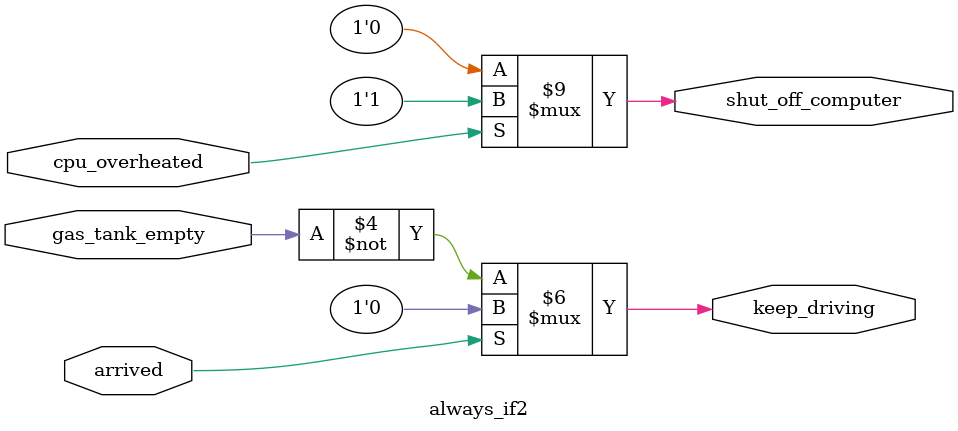
<source format=sv>
module always_if2 
(
  input      cpu_overheated,
  output reg shut_off_computer,
  input      arrived,
  input      gas_tank_empty,
  output reg keep_driving 
);

  always @(*) begin
    if (cpu_overheated) begin
      shut_off_computer = 1;
    end
    else begin
      shut_off_computer = 0;
    end
  end

  always @(*) begin
    if (~arrived) begin
       keep_driving = ~gas_tank_empty;
    end
    else begin
      keep_driving = 0;
    end 
  end

endmodule
</source>
